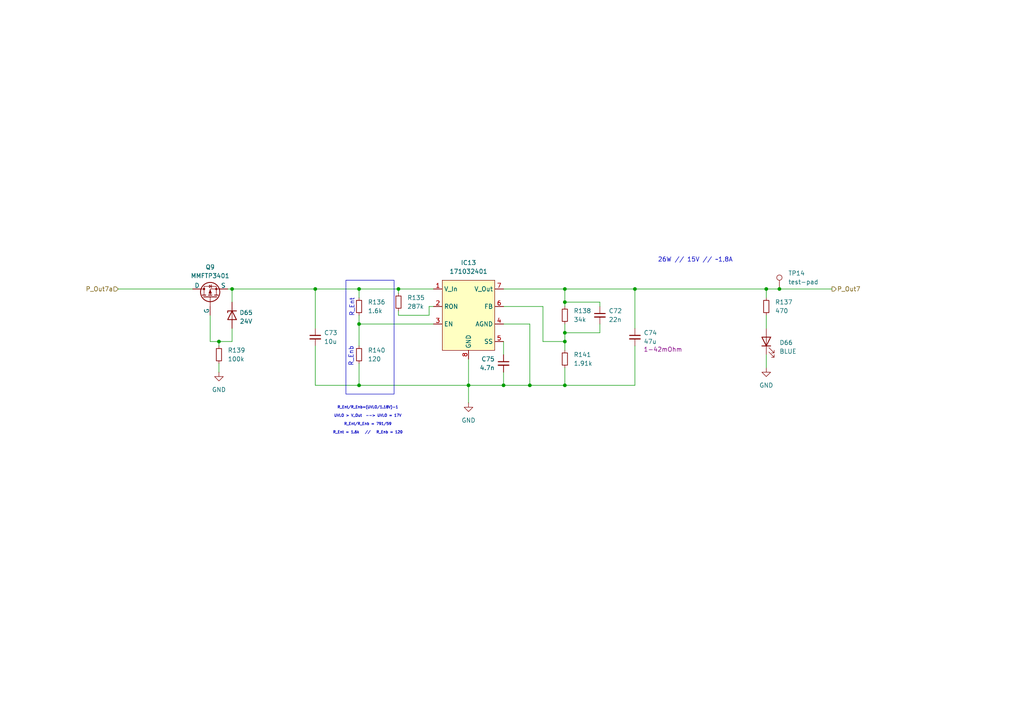
<source format=kicad_sch>
(kicad_sch (version 20231120) (generator "eeschema") (generator_version "8.0")
  (paper "A4")
  (title_block (title "PDU FT25") (date "2024-11-23") (rev "V1.1") (company "Janek Herm") (comment 1 "FaSTTUBe Electronics"))
  (lib_symbols
    (symbol "Connector:TestPoint" (pin_numbers hide) (pin_names (offset 0.762) hide)
      (property "Reference" "TP" (at 0 6.858 0))
      (property "Value" "TestPoint" (at 0 5.08 0))
      (symbol "TestPoint_0_1"
        (circle (center 0 3.302) (radius 0.762))
      )
      (symbol "TestPoint_1_1"
        (pin passive line (at 0 0 90) (length 2.54) (name "1") (number "1"))
      )
    )
    (symbol "Device:C_Small" (pin_numbers hide) (pin_names (offset 0.254) hide)
      (property "Reference" "C" (at 0.254 1.778 0))
      (property "Value" "C_Small" (at 0.254 -2.032 0))
      (symbol "C_Small_0_1"
        (polyline (pts (xy -1.524 -0.508) (xy 1.524 -0.508)) (stroke (width 0.3302)))
        (polyline (pts (xy -1.524 0.508) (xy 1.524 0.508)) (stroke (width 0.3048)))
      )
      (symbol "C_Small_1_1"
        (pin passive line (at 0 2.54 270) (length 2.032) (name "~") (number "1"))
        (pin passive line (at 0 -2.54 90) (length 2.032) (name "~") (number "2"))
      )
    )
    (symbol "Device:D_Zener" (pin_numbers hide) (pin_names (offset 1.016) hide)
      (property "Reference" "D" (at 0 2.54 0))
      (property "Value" "D_Zener" (at 0 -2.54 0))
      (symbol "D_Zener_0_1"
        (polyline (pts (xy 1.27 0) (xy -1.27 0)))
        (polyline (pts (xy -1.27 -1.27) (xy -1.27 1.27) (xy -0.762 1.27)) (stroke (width 0.254)))
        (polyline (pts (xy 1.27 -1.27) (xy 1.27 1.27) (xy -1.27 0) (xy 1.27 -1.27)) (stroke (width 0.254)))
      )
      (symbol "D_Zener_1_1"
        (pin passive line (at -3.81 0 0) (length 2.54) (name "K") (number "1"))
        (pin passive line (at 3.81 0 180) (length 2.54) (name "A") (number "2"))
      )
    )
    (symbol "Device:LED" (pin_numbers hide) (pin_names (offset 1.016) hide)
      (property "Reference" "D" (at 0 2.54 0))
      (property "Value" "LED" (at 0 -2.54 0))
      (symbol "LED_0_1"
        (polyline (pts (xy -1.27 -1.27) (xy -1.27 1.27)) (stroke (width 0.254)))
        (polyline (pts (xy -1.27 0) (xy 1.27 0)))
        (polyline (pts (xy 1.27 -1.27) (xy 1.27 1.27) (xy -1.27 0) (xy 1.27 -1.27)) (stroke (width 0.254)))
        (polyline (pts (xy -3.048 -0.762) (xy -4.572 -2.286) (xy -3.81 -2.286) (xy -4.572 -2.286) (xy -4.572 -1.524)))
        (polyline (pts (xy -1.778 -0.762) (xy -3.302 -2.286) (xy -2.54 -2.286) (xy -3.302 -2.286) (xy -3.302 -1.524)))
      )
      (symbol "LED_1_1"
        (pin passive line (at -3.81 0 0) (length 2.54) (name "K") (number "1"))
        (pin passive line (at 3.81 0 180) (length 2.54) (name "A") (number "2"))
      )
    )
    (symbol "Device:R_Small" (pin_numbers hide) (pin_names (offset 0.254) hide)
      (property "Reference" "R" (at 0.762 0.508 0))
      (property "Value" "R_Small" (at 0.762 -1.016 0))
      (symbol "R_Small_0_1"
        (rectangle (start -0.762 1.778) (end 0.762 -1.778) (stroke (width 0.2032)))
      )
      (symbol "R_Small_1_1"
        (pin passive line (at 0 2.54 270) (length 0.762) (name "~") (number "1"))
        (pin passive line (at 0 -2.54 90) (length 0.762) (name "~") (number "2"))
      )
    )
    (symbol "FaSTTUBe_Voltage_Regulators:171032401"
      (property "Reference" "IC" (at 0.254 8.636 0))
      (property "Value" "171032401" (at 0.508 6.604 0))
      (symbol "171032401_1_1"
        (rectangle (start -7.62 5.08) (end 7.62 -15.24) (fill (type background)))
        (pin passive line (at -10.16 2.54 0) (length 2.54) (name "V_In") (number "1"))
        (pin passive line (at -10.16 -2.54 0) (length 2.54) (name "RON") (number "2"))
        (pin passive line (at -10.16 -7.62 0) (length 2.54) (name "EN") (number "3"))
        (pin power_in line (at 10.16 -7.62 180) (length 2.54) (name "AGND") (number "4"))
        (pin passive line (at 10.16 -12.7 180) (length 2.54) (name "SS") (number "5"))
        (pin passive line (at 10.16 -2.54 180) (length 2.54) (name "FB") (number "6"))
        (pin power_out line (at 10.16 2.54 180) (length 2.54) (name "V_Out") (number "7"))
        (pin power_in line (at 0 -17.78 90) (length 2.54) (name "GND") (number "8"))
      )
    )
    (symbol "Simulation_SPICE:PMOS" (pin_numbers hide) (pin_names (offset 0))
      (property "Reference" "Q" (at 5.08 1.27 0))
      (property "Value" "PMOS" (at 5.08 -1.27 0))
      (symbol "PMOS_0_1"
        (polyline (pts (xy 0.254 0) (xy -2.54 0)))
        (polyline (pts (xy 0.254 1.905) (xy 0.254 -1.905)) (stroke (width 0.254)))
        (polyline (pts (xy 0.762 -1.27) (xy 0.762 -2.286)) (stroke (width 0.254)))
        (polyline (pts (xy 0.762 0.508) (xy 0.762 -0.508)) (stroke (width 0.254)))
        (polyline (pts (xy 0.762 2.286) (xy 0.762 1.27)) (stroke (width 0.254)))
        (polyline (pts (xy 2.54 2.54) (xy 2.54 1.778)))
        (polyline (pts (xy 2.54 -2.54) (xy 2.54 0) (xy 0.762 0)))
        (polyline (pts (xy 0.762 1.778) (xy 3.302 1.778) (xy 3.302 -1.778) (xy 0.762 -1.778)))
        (polyline (pts (xy 2.286 0) (xy 1.27 0.381) (xy 1.27 -0.381) (xy 2.286 0)) (fill (type outline)))
        (polyline (pts (xy 2.794 -0.508) (xy 2.921 -0.381) (xy 3.683 -0.381) (xy 3.81 -0.254)))
        (polyline (pts (xy 3.302 -0.381) (xy 2.921 0.254) (xy 3.683 0.254) (xy 3.302 -0.381)))
        (circle (center 1.651 0) (radius 2.794) (stroke (width 0.254)))
        (circle (center 2.54 -1.778) (radius 0.254) (fill (type outline)))
        (circle (center 2.54 1.778) (radius 0.254) (fill (type outline)))
      )
      (symbol "PMOS_1_1"
        (pin passive line (at 2.54 5.08 270) (length 2.54) (name "D") (number "1"))
        (pin input line (at -5.08 0 0) (length 2.54) (name "G") (number "2"))
        (pin passive line (at 2.54 -5.08 90) (length 2.54) (name "S") (number "3"))
      )
    )
    (symbol "power:GND" (power) (pin_numbers hide) (pin_names (offset 0) hide)
      (property "Value" "GND" (at 0 -3.81 0))
      (symbol "GND_0_1"
        (polyline (pts (xy 0 0) (xy 0 -1.27) (xy 1.27 -1.27) (xy 0 -2.54) (xy -1.27 -1.27) (xy 0 -1.27)))
      )
      (symbol "GND_1_1"
        (pin power_in line (at 0 0 270) (length 0) (name "~") (number "1"))
      )
    )
  )
  (junction (at 184.15 83.82))
  (junction (at 163.83 111.76))
  (junction (at 163.83 87.63))
  (junction (at 222.25 83.82))
  (junction (at 104.14 111.76))
  (junction (at 163.83 83.82))
  (junction (at 153.67 111.76))
  (junction (at 115.57 83.82))
  (junction (at 163.83 96.52))
  (junction (at 104.14 93.98))
  (junction (at 163.83 99.06))
  (junction (at 226.06 83.82))
  (junction (at 91.44 83.82))
  (junction (at 135.89 111.76))
  (junction (at 104.14 83.82))
  (junction (at 63.5 99.06))
  (junction (at 67.31 83.82))
  (junction (at 146.05 111.76))
  (wire (pts (xy 104.14 83.82) (xy 104.14 86.36)))
  (wire (pts (xy 146.05 88.9) (xy 157.48 88.9)))
  (wire (pts (xy 222.25 102.87) (xy 222.25 106.68)))
  (wire (pts (xy 104.14 93.98) (xy 125.73 93.98)))
  (wire (pts (xy 163.83 106.68) (xy 163.83 111.76)))
  (wire (pts (xy 146.05 111.76) (xy 135.89 111.76)))
  (wire (pts (xy 124.46 91.44) (xy 124.46 88.9)))
  (wire (pts (xy 184.15 100.33) (xy 184.15 111.76)))
  (wire (pts (xy 163.83 99.06) (xy 163.83 101.6)))
  (wire (pts (xy 91.44 111.76) (xy 104.14 111.76)))
  (wire (pts (xy 153.67 111.76) (xy 163.83 111.76)))
  (wire (pts (xy 115.57 91.44) (xy 124.46 91.44)))
  (wire (pts (xy 146.05 93.98) (xy 153.67 93.98)))
  (wire (pts (xy 104.14 111.76) (xy 135.89 111.76)))
  (wire (pts (xy 163.83 83.82) (xy 184.15 83.82)))
  (wire (pts (xy 153.67 93.98) (xy 153.67 111.76)))
  (wire (pts (xy 157.48 99.06) (xy 163.83 99.06)))
  (wire (pts (xy 163.83 96.52) (xy 163.83 99.06)))
  (wire (pts (xy 146.05 111.76) (xy 153.67 111.76)))
  (wire (pts (xy 222.25 83.82) (xy 226.06 83.82)))
  (wire (pts (xy 163.83 87.63) (xy 173.99 87.63)))
  (wire (pts (xy 222.25 91.44) (xy 222.25 95.25)))
  (wire (pts (xy 60.96 91.44) (xy 60.96 99.06)))
  (wire (pts (xy 115.57 83.82) (xy 125.73 83.82)))
  (wire (pts (xy 135.89 111.76) (xy 135.89 116.84)))
  (wire (pts (xy 226.06 83.82) (xy 241.3 83.82)))
  (wire (pts (xy 66.04 83.82) (xy 67.31 83.82)))
  (wire (pts (xy 124.46 88.9) (xy 125.73 88.9)))
  (wire (pts (xy 146.05 99.06) (xy 146.05 102.87)))
  (wire (pts (xy 173.99 96.52) (xy 163.83 96.52)))
  (wire (pts (xy 34.29 83.82) (xy 55.88 83.82)))
  (wire (pts (xy 63.5 105.41) (xy 63.5 107.95)))
  (wire (pts (xy 67.31 83.82) (xy 67.31 87.63)))
  (wire (pts (xy 146.05 107.95) (xy 146.05 111.76)))
  (wire (pts (xy 163.83 87.63) (xy 163.83 88.9)))
  (wire (pts (xy 104.14 105.41) (xy 104.14 111.76)))
  (wire (pts (xy 104.14 91.44) (xy 104.14 93.98)))
  (wire (pts (xy 67.31 83.82) (xy 91.44 83.82)))
  (wire (pts (xy 63.5 100.33) (xy 63.5 99.06)))
  (wire (pts (xy 115.57 83.82) (xy 115.57 85.09)))
  (wire (pts (xy 222.25 83.82) (xy 222.25 86.36)))
  (wire (pts (xy 184.15 83.82) (xy 222.25 83.82)))
  (wire (pts (xy 104.14 83.82) (xy 115.57 83.82)))
  (wire (pts (xy 163.83 93.98) (xy 163.83 96.52)))
  (wire (pts (xy 163.83 111.76) (xy 184.15 111.76)))
  (wire (pts (xy 67.31 95.25) (xy 67.31 99.06)))
  (wire (pts (xy 173.99 93.98) (xy 173.99 96.52)))
  (wire (pts (xy 67.31 99.06) (xy 63.5 99.06)))
  (wire (pts (xy 173.99 87.63) (xy 173.99 88.9)))
  (wire (pts (xy 91.44 83.82) (xy 104.14 83.82)))
  (wire (pts (xy 135.89 104.14) (xy 135.89 111.76)))
  (wire (pts (xy 184.15 83.82) (xy 184.15 95.25)))
  (wire (pts (xy 115.57 91.44) (xy 115.57 90.17)))
  (wire (pts (xy 60.96 99.06) (xy 63.5 99.06)))
  (wire (pts (xy 91.44 100.33) (xy 91.44 111.76)))
  (wire (pts (xy 104.14 93.98) (xy 104.14 100.33)))
  (wire (pts (xy 91.44 83.82) (xy 91.44 95.25)))
  (wire (pts (xy 157.48 88.9) (xy 157.48 99.06)))
  (wire (pts (xy 163.83 83.82) (xy 163.83 87.63)))
  (wire (pts (xy 146.05 83.82) (xy 163.83 83.82)))
  (rectangle (start 100.33 81.28) (end 114.3 114.3))
  (text "R_Ent" (at 102.108 89.154 90) (effects (font (size 1.27 1.27))))
  (text "R_Ent/R_Enb=(UVLO/1.18V)-1\n\nUVLO > V_Out  --> UVLO = 17V\n\nR_Ent/R_Enb = 791/59\n\nR_Ent = 1.6k   //   R_Enb = 120" (at 106.68 117.856 0) (effects (font (size 0.75 0.75)) (justify top)))
  (text "26W // 15V // ~1,8A" (at 201.676 75.438 0) (effects (font (size 1.27 1.27))))
  (text "R_Enb" (at 101.854 103.378 90) (effects (font (size 1.27 1.27))))
  (hierarchical_label "P_Out7" (shape output) (at 241.3 83.82 0))
  (hierarchical_label "P_Out7a" (shape input) (at 34.29 83.82 180))
  (symbol (lib_id "Device:R_Small") (at 163.83 104.14 0) (unit 1)
    (property "Reference" "R141" (at 166.37 102.8699 0) (effects (justify left)))
    (property "Value" "1.91k" (at 166.37 105.4099 0) (effects (justify left)))
    (property "Footprint" "Resistor_SMD:R_0805_2012Metric_Pad1.20x1.40mm_HandSolder" (effects (hide yes)))
    (property "Description" "Resistor, small symbol" (effects (hide yes)))
  )
  (symbol (lib_id "Device:D_Zener") (at 67.31 91.44 90) (mirror x) (unit 1)
    (property "Reference" "D65" (at 71.374 90.678 90))
    (property "Value" "24V" (at 71.374 93.218 90))
    (property "Footprint" "3SMAJ5934B-TP:DIOM5226X244N" (effects (hide yes)))
    (property "Datasheet" "https://www.mouser.de/datasheet/2/258/3SMAJ5918B_3SMAJ5956B_SMA_-3423242.pdf" (effects (hide yes)))
    (property "Description" "Zener diode" (effects (hide yes)))
    (property "MPR" "3SMAJ5934B-TP" (effects (hide yes)))
  )
  (symbol (lib_id "FaSTTUBe_Voltage_Regulators:171032401") (at 135.89 86.36 0) (unit 1)
    (property "Reference" "IC13" (at 135.89 76.2 0))
    (property "Value" "171032401" (at 135.89 78.74 0))
    (property "Footprint" "171032401:171032401" (effects (hide yes)))
    (property "Datasheet" "https://www.we-online.com/components/products/datasheet/171032401.pdf" (effects (hide yes)))
  )
  (symbol (lib_id "power:GND") (at 63.5 107.95 0) (unit 1)
    (property "Reference" "#PWR0193" (effects (hide yes)))
    (property "Value" "GND" (at 63.5 113.03 0))
    (property "Description" "Power symbol creates a global label with name \"GND\" , ground" (effects (hide yes)))
  )
  (symbol (lib_id "Device:C_Small") (at 91.44 97.79 0) (unit 1)
    (property "Reference" "C73" (at 93.98 96.5262 0) (effects (justify left)))
    (property "Value" "10u" (at 93.98 99.0662 0) (effects (justify left)))
    (property "Footprint" "Capacitor_SMD:C_1206_3216Metric_Pad1.33x1.80mm_HandSolder" (effects (hide yes)))
    (property "Description" "Unpolarized capacitor, small symbol" (effects (hide yes)))
  )
  (symbol (lib_id "power:GND") (at 222.25 106.68 0) (unit 1)
    (property "Reference" "#PWR0192" (effects (hide yes)))
    (property "Value" "GND" (at 222.25 111.76 0))
    (property "Description" "Power symbol creates a global label with name \"GND\" , ground" (effects (hide yes)))
  )
  (symbol (lib_id "Device:LED") (at 222.25 99.06 90) (unit 1)
    (property "Reference" "D66" (at 226.06 99.3774 90) (effects (justify right)))
    (property "Value" "BLUE" (at 226.06 101.9174 90) (effects (justify right)))
    (property "Footprint" "LED_SMD:LED_0603_1608Metric" (effects (hide yes)))
    (property "Datasheet" "https://www.we-online.com/components/products/datasheet/150060BS75000.pdf" (effects (hide yes)))
    (property "Description" "Light emitting diode" (effects (hide yes)))
    (property "MPR" "150060BS75000" (effects (hide yes)))
  )
  (symbol (lib_id "Device:R_Small") (at 63.5 102.87 0) (unit 1)
    (property "Reference" "R139" (at 66.04 101.5999 0) (effects (justify left)))
    (property "Value" "100k" (at 66.04 104.1399 0) (effects (justify left)))
    (property "Footprint" "Resistor_SMD:R_0603_1608Metric_Pad0.98x0.95mm_HandSolder" (effects (hide yes)))
    (property "Description" "Resistor, small symbol" (effects (hide yes)))
  )
  (symbol (lib_id "power:GND") (at 135.89 116.84 0) (unit 1)
    (property "Reference" "#PWR0194" (effects (hide yes)))
    (property "Value" "GND" (at 135.89 121.92 0))
    (property "Description" "Power symbol creates a global label with name \"GND\" , ground" (effects (hide yes)))
  )
  (symbol (lib_id "Device:R_Small") (at 104.14 88.9 0) (unit 1)
    (property "Reference" "R136" (at 106.68 87.6299 0) (effects (justify left)))
    (property "Value" "1.6k" (at 106.68 90.1699 0) (effects (justify left)))
    (property "Footprint" "Resistor_SMD:R_0805_2012Metric_Pad1.20x1.40mm_HandSolder" (effects (hide yes)))
    (property "Description" "Resistor, small symbol" (effects (hide yes)))
  )
  (symbol (lib_id "Device:R_Small") (at 222.25 88.9 0) (unit 1)
    (property "Reference" "R137" (at 224.79 87.6299 0) (effects (justify left)))
    (property "Value" "470" (at 224.79 90.1699 0) (effects (justify left)))
    (property "Footprint" "Resistor_SMD:R_0603_1608Metric_Pad0.98x0.95mm_HandSolder" (effects (hide yes)))
    (property "Description" "Resistor, small symbol" (effects (hide yes)))
  )
  (symbol (lib_id "Device:C_Small") (at 184.15 97.79 0) (unit 1)
    (property "Reference" "C74" (at 186.69 96.5262 0) (effects (justify left)))
    (property "Value" "47u" (at 186.69 99.0662 0) (effects (justify left)))
    (property "Footprint" "Capacitor_SMD:C_1206_3216Metric_Pad1.33x1.80mm_HandSolder" (effects (hide yes)))
    (property "Description" "Unpolarized capacitor, small symbol" (effects (hide yes)))
    (property "Resistance" "1-42mOhm" (at 192.278 101.346 0))
  )
  (symbol (lib_id "Device:R_Small") (at 104.14 102.87 0) (unit 1)
    (property "Reference" "R140" (at 106.68 101.5999 0) (effects (justify left)))
    (property "Value" "120" (at 106.68 104.1399 0) (effects (justify left)))
    (property "Footprint" "Resistor_SMD:R_0805_2012Metric_Pad1.20x1.40mm_HandSolder" (effects (hide yes)))
    (property "Description" "Resistor, small symbol" (effects (hide yes)))
  )
  (symbol (lib_id "Device:C_Small") (at 173.99 91.44 0) (unit 1)
    (property "Reference" "C72" (at 176.53 90.1762 0) (effects (justify left)))
    (property "Value" "22n" (at 176.53 92.7162 0) (effects (justify left)))
    (property "Footprint" "Capacitor_SMD:C_0805_2012Metric_Pad1.18x1.45mm_HandSolder" (effects (hide yes)))
    (property "Description" "Unpolarized capacitor, small symbol" (effects (hide yes)))
  )
  (symbol (lib_id "Device:R_Small") (at 163.83 91.44 0) (unit 1)
    (property "Reference" "R138" (at 166.37 90.1699 0) (effects (justify left)))
    (property "Value" "34k" (at 166.37 92.7099 0) (effects (justify left)))
    (property "Footprint" "Resistor_SMD:R_0805_2012Metric_Pad1.20x1.40mm_HandSolder" (effects (hide yes)))
    (property "Description" "Resistor, small symbol" (effects (hide yes)))
  )
  (symbol (lib_id "Device:C_Small") (at 146.05 105.41 0) (mirror y) (unit 1)
    (property "Reference" "C75" (at 143.51 104.1462 0) (effects (justify left)))
    (property "Value" "4.7n" (at 143.51 106.6862 0) (effects (justify left)))
    (property "Footprint" "Capacitor_SMD:C_0805_2012Metric_Pad1.18x1.45mm_HandSolder" (effects (hide yes)))
    (property "Description" "Unpolarized capacitor, small symbol" (effects (hide yes)))
  )
  (symbol (lib_id "Simulation_SPICE:PMOS") (at 60.96 86.36 90) (unit 1)
    (property "Reference" "Q9" (at 60.96 77.47 90))
    (property "Value" "MMFTP3401" (at 60.96 80.01 90))
    (property "Footprint" "Package_TO_SOT_SMD:SOT-23" (effects (hide yes)))
    (property "Datasheet" "https://diotec.com/request/datasheet/mmftp3401.pdf" (effects (hide yes)))
    (property "Description" "P-MOSFET transistor, drain/source/gate" (effects (hide yes)))
    (property "Sim.Device" "PMOS" (effects (hide yes)))
    (property "Sim.Type" "VDMOS" (effects (hide yes)))
    (property "Sim.Pins" "1=D 2=G 3=S" (effects (hide yes)))
  )
  (symbol (lib_id "Connector:TestPoint") (at 226.06 83.82 0) (unit 1)
    (property "Reference" "TP14" (at 228.6 79.2479 0) (effects (justify left)))
    (property "Value" "test-pad" (at 228.6 81.7879 0) (effects (justify left)))
    (property "Footprint" "5025:5025" (effects (hide yes)))
    (property "Description" "test point" (effects (hide yes)))
  )
  (symbol (lib_id "Device:R_Small") (at 115.57 87.63 0) (unit 1)
    (property "Reference" "R135" (at 118.11 86.3599 0) (effects (justify left)))
    (property "Value" "287k" (at 118.11 88.8999 0) (effects (justify left)))
    (property "Footprint" "Resistor_SMD:R_0805_2012Metric_Pad1.20x1.40mm_HandSolder" (effects (hide yes)))
    (property "Description" "Resistor, small symbol" (effects (hide yes)))
  )
)
</source>
